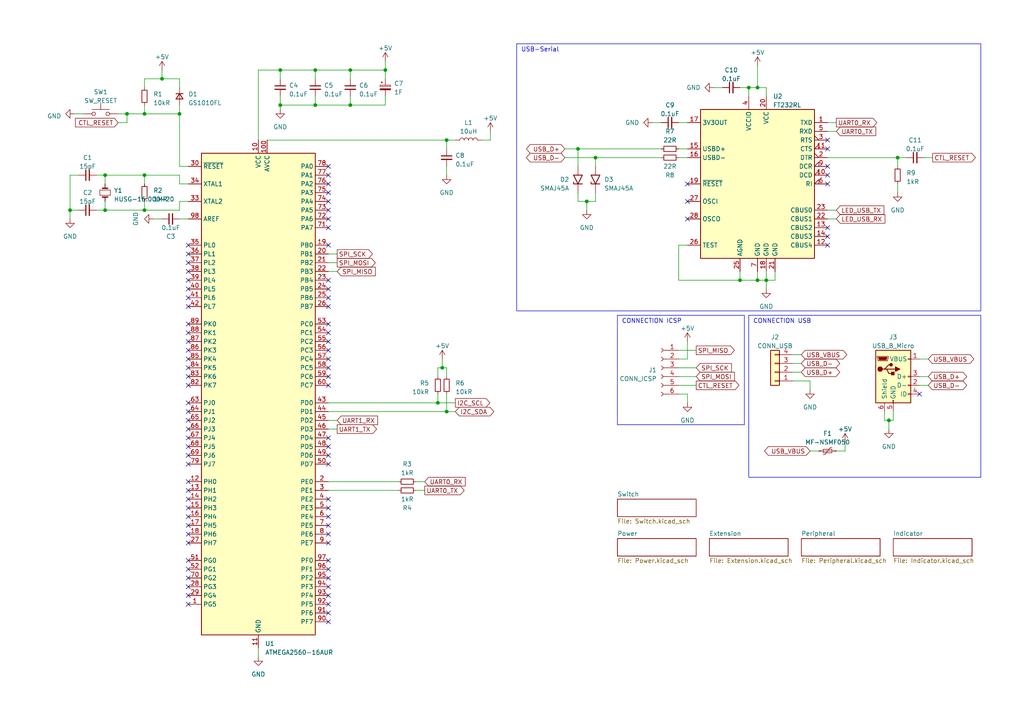
<source format=kicad_sch>
(kicad_sch (version 20230121) (generator eeschema)
  (paper "A4")
  (lib_symbols
    (symbol "Connector:Conn_01x06_Socket" (pin_names (offset 1.016) hide)
      (property "Reference" "J" (at 0 7.62 0))
      (property "Value" "Conn_01x06_Socket" (at 0 -10.16 0))
      (symbol "Conn_01x06_Socket_1_1"
        (pin passive line (at -5.08 5.08 0) (length 3.81) (name "Pin_1") (number "1"))
        (pin passive line (at -5.08 2.54 0) (length 3.81) (name "Pin_2") (number "2"))
        (pin passive line (at -5.08 0 0) (length 3.81) (name "Pin_3") (number "3"))
        (pin passive line (at -5.08 -2.54 0) (length 3.81) (name "Pin_4") (number "4"))
        (pin passive line (at -5.08 -5.08 0) (length 3.81) (name "Pin_5") (number "5"))
        (pin passive line (at -5.08 -7.62 0) (length 3.81) (name "Pin_6") (number "6"))
      )
    )
    (symbol "Connector:USB_B_Micro" (pin_names (offset 1.016))
      (property "Reference" "J" (at -5.08 11.43 0))
      (property "Value" "USB_B_Micro" (at -5.08 8.89 0))
      (symbol "USB_B_Micro_1_1"
        (pin power_out line (at 7.62 5.08 180) (length 2.54) (name "VBUS") (number "1"))
        (pin bidirectional line (at 7.62 -2.54 180) (length 2.54) (name "D-") (number "2"))
        (pin bidirectional line (at 7.62 0 180) (length 2.54) (name "D+") (number "3"))
        (pin passive line (at 7.62 -5.08 180) (length 2.54) (name "ID") (number "4"))
        (pin power_out line (at 0 -10.16 90) (length 2.54) (name "GND") (number "5"))
        (pin passive line (at -2.54 -10.16 90) (length 2.54) (name "Shield") (number "6"))
      )
    )
    (symbol "Connector_Generic:Conn_01x04" (pin_names (offset 1.016) hide)
      (property "Reference" "J" (at 0 5.08 0))
      (property "Value" "Conn_01x04" (at 0 -7.62 0))
      (symbol "Conn_01x04_1_1"
        (pin passive line (at -5.08 2.54 0) (length 3.81) (name "Pin_1") (number "1"))
        (pin passive line (at -5.08 0 0) (length 3.81) (name "Pin_2") (number "2"))
        (pin passive line (at -5.08 -2.54 0) (length 3.81) (name "Pin_3") (number "3"))
        (pin passive line (at -5.08 -5.08 0) (length 3.81) (name "Pin_4") (number "4"))
      )
    )
    (symbol "Device:C_Polarized_Small" (pin_numbers hide) (pin_names (offset 0.254) hide)
      (property "Reference" "C" (at 0.254 1.778 0))
      (property "Value" "C_Polarized_Small" (at 0.254 -2.032 0))
      (symbol "C_Polarized_Small_1_1"
        (pin passive line (at 0 2.54 270) (length 1.8542) (name "~") (number "1"))
        (pin passive line (at 0 -2.54 90) (length 1.8542) (name "~") (number "2"))
      )
    )
    (symbol "Device:C_Small" (pin_numbers hide) (pin_names (offset 0.254) hide)
      (property "Reference" "C" (at 0.254 1.778 0))
      (property "Value" "C_Small" (at 0.254 -2.032 0))
      (symbol "C_Small_1_1"
        (pin passive line (at 0 2.54 270) (length 2.032) (name "~") (number "1"))
        (pin passive line (at 0 -2.54 90) (length 2.032) (name "~") (number "2"))
      )
    )
    (symbol "Device:Crystal_Small" (pin_numbers hide) (pin_names (offset 1.016) hide)
      (property "Reference" "Y" (at 0 2.54 0))
      (property "Value" "Crystal_Small" (at 0 -2.54 0))
      (symbol "Crystal_Small_1_1"
        (pin passive line (at -2.54 0 0) (length 1.27) (name "1") (number "1"))
        (pin passive line (at 2.54 0 180) (length 1.27) (name "2") (number "2"))
      )
    )
    (symbol "Device:D_Small" (pin_numbers hide) (pin_names (offset 0.254) hide)
      (property "Reference" "D" (at -1.27 2.032 0))
      (property "Value" "D_Small" (at -3.81 -2.032 0))
      (symbol "D_Small_1_1"
        (pin passive line (at -2.54 0 0) (length 1.778) (name "K") (number "1"))
        (pin passive line (at 2.54 0 180) (length 1.778) (name "A") (number "2"))
      )
    )
    (symbol "Device:L" (pin_numbers hide) (pin_names (offset 1.016) hide)
      (property "Reference" "L" (at -1.27 0 90))
      (property "Value" "L" (at 1.905 0 90))
      (symbol "L_1_1"
        (pin passive line (at 0 3.81 270) (length 1.27) (name "1") (number "1"))
        (pin passive line (at 0 -3.81 90) (length 1.27) (name "2") (number "2"))
      )
    )
    (symbol "Device:Polyfuse_Small" (pin_numbers hide) (pin_names (offset 0))
      (property "Reference" "F" (at -1.905 0 90))
      (property "Value" "Polyfuse_Small" (at 1.905 0 90))
      (symbol "Polyfuse_Small_1_1"
        (pin passive line (at 0 2.54 270) (length 0.635) (name "~") (number "1"))
        (pin passive line (at 0 -2.54 90) (length 0.635) (name "~") (number "2"))
      )
    )
    (symbol "Device:R_Small" (pin_numbers hide) (pin_names (offset 0.254) hide)
      (property "Reference" "R" (at 0.762 0.508 0))
      (property "Value" "R_Small" (at 0.762 -1.016 0))
      (symbol "R_Small_1_1"
        (pin passive line (at 0 2.54 270) (length 0.762) (name "~") (number "1"))
        (pin passive line (at 0 -2.54 90) (length 0.762) (name "~") (number "2"))
      )
    )
    (symbol "Diode:SM6T200A" (pin_numbers hide) (pin_names (offset 1.016) hide)
      (property "Reference" "D" (at 0 2.54 0))
      (property "Value" "SM6T200A" (at 0 -2.54 0))
      (symbol "SM6T200A_1_1"
        (pin passive line (at -3.81 0 0) (length 2.54) (name "A1") (number "1"))
        (pin passive line (at 3.81 0 180) (length 2.54) (name "A2") (number "2"))
      )
    )
    (symbol "Interface_USB:FT232RL"
      (property "Reference" "U" (at -16.51 22.86 0))
      (property "Value" "FT232RL" (at 10.16 22.86 0))
      (symbol "FT232RL_1_1"
        (pin output line (at 20.32 17.78 180) (length 3.81) (name "TXD") (number "1"))
        (pin input input_low (at 20.32 2.54 180) (length 3.81) (name "DCD") (number "10"))
        (pin input input_low (at 20.32 10.16 180) (length 3.81) (name "CTS") (number "11"))
        (pin bidirectional line (at 20.32 -17.78 180) (length 3.81) (name "CBUS4") (number "12"))
        (pin bidirectional line (at 20.32 -12.7 180) (length 3.81) (name "CBUS2") (number "13"))
        (pin bidirectional line (at 20.32 -15.24 180) (length 3.81) (name "CBUS3") (number "14"))
        (pin bidirectional line (at -20.32 10.16 0) (length 3.81) (name "USBD+") (number "15"))
        (pin bidirectional line (at -20.32 7.62 0) (length 3.81) (name "USBD-") (number "16"))
        (pin power_out line (at -20.32 17.78 0) (length 3.81) (name "3V3OUT") (number "17"))
        (pin power_in line (at 2.54 -25.4 90) (length 3.81) (name "GND") (number "18"))
        (pin input line (at -20.32 0 0) (length 3.81) (name "~{RESET}") (number "19"))
        (pin output output_low (at 20.32 7.62 180) (length 3.81) (name "DTR") (number "2"))
        (pin power_in line (at 2.54 25.4 270) (length 3.81) (name "VCC") (number "20"))
        (pin power_in line (at 5.08 -25.4 90) (length 3.81) (name "GND") (number "21"))
        (pin bidirectional line (at 20.32 -10.16 180) (length 3.81) (name "CBUS1") (number "22"))
        (pin bidirectional line (at 20.32 -7.62 180) (length 3.81) (name "CBUS0") (number "23"))
        (pin power_in line (at -5.08 -25.4 90) (length 3.81) (name "AGND") (number "25"))
        (pin input line (at -20.32 -17.78 0) (length 3.81) (name "TEST") (number "26"))
        (pin input line (at -20.32 -5.08 0) (length 3.81) (name "OSCI") (number "27"))
        (pin output line (at -20.32 -10.16 0) (length 3.81) (name "OSCO") (number "28"))
        (pin output output_low (at 20.32 12.7 180) (length 3.81) (name "RTS") (number "3"))
        (pin power_in line (at -2.54 25.4 270) (length 3.81) (name "VCCIO") (number "4"))
        (pin input line (at 20.32 15.24 180) (length 3.81) (name "RXD") (number "5"))
        (pin input input_low (at 20.32 0 180) (length 3.81) (name "RI") (number "6"))
        (pin power_in line (at 0 -25.4 90) (length 3.81) (name "GND") (number "7"))
        (pin input input_low (at 20.32 5.08 180) (length 3.81) (name "DCR") (number "9"))
      )
    )
    (symbol "MCU_Microchip_ATmega:ATmega2560-16A"
      (property "Reference" "U" (at 0 1.27 0))
      (property "Value" "ATmega2560-16A" (at 0 -1.27 0))
      (symbol "ATmega2560-16A_1_1"
        (pin bidirectional line (at -20.32 -60.96 0) (length 3.81) (name "PG5") (number "1"))
        (pin power_in line (at 0 73.66 270) (length 3.81) (name "VCC") (number "10"))
        (pin power_in line (at 2.54 73.66 270) (length 3.81) (name "AVCC") (number "100"))
        (pin power_in line (at 0 -73.66 90) (length 3.81) (name "GND") (number "11"))
        (pin bidirectional line (at -20.32 -25.4 0) (length 3.81) (name "PH0") (number "12"))
        (pin bidirectional line (at -20.32 -27.94 0) (length 3.81) (name "PH1") (number "13"))
        (pin bidirectional line (at -20.32 -30.48 0) (length 3.81) (name "PH2") (number "14"))
        (pin bidirectional line (at -20.32 -33.02 0) (length 3.81) (name "PH3") (number "15"))
        (pin bidirectional line (at -20.32 -35.56 0) (length 3.81) (name "PH4") (number "16"))
        (pin bidirectional line (at -20.32 -38.1 0) (length 3.81) (name "PH5") (number "17"))
        (pin bidirectional line (at -20.32 -40.64 0) (length 3.81) (name "PH6") (number "18"))
        (pin bidirectional line (at 20.32 43.18 180) (length 3.81) (name "PB0") (number "19"))
        (pin bidirectional line (at 20.32 -25.4 180) (length 3.81) (name "PE0") (number "2"))
        (pin bidirectional line (at 20.32 40.64 180) (length 3.81) (name "PB1") (number "20"))
        (pin bidirectional line (at 20.32 38.1 180) (length 3.81) (name "PB2") (number "21"))
        (pin bidirectional line (at 20.32 35.56 180) (length 3.81) (name "PB3") (number "22"))
        (pin bidirectional line (at 20.32 33.02 180) (length 3.81) (name "PB4") (number "23"))
        (pin bidirectional line (at 20.32 30.48 180) (length 3.81) (name "PB5") (number "24"))
        (pin bidirectional line (at 20.32 27.94 180) (length 3.81) (name "PB6") (number "25"))
        (pin bidirectional line (at 20.32 25.4 180) (length 3.81) (name "PB7") (number "26"))
        (pin bidirectional line (at -20.32 -43.18 0) (length 3.81) (name "PH7") (number "27"))
        (pin bidirectional line (at -20.32 -55.88 0) (length 3.81) (name "PG3") (number "28"))
        (pin bidirectional line (at -20.32 -58.42 0) (length 3.81) (name "PG4") (number "29"))
        (pin bidirectional line (at 20.32 -27.94 180) (length 3.81) (name "PE1") (number "3"))
        (pin input line (at -20.32 66.04 0) (length 3.81) (name "~{RESET}") (number "30"))
        (pin passive line (at 0 73.66 270) (length 3.81) hide (name "VCC") (number "31"))
        (pin passive line (at 0 -73.66 90) (length 3.81) hide (name "GND") (number "32"))
        (pin output line (at -20.32 55.88 0) (length 3.81) (name "XTAL2") (number "33"))
        (pin input line (at -20.32 60.96 0) (length 3.81) (name "XTAL1") (number "34"))
        (pin bidirectional line (at -20.32 43.18 0) (length 3.81) (name "PL0") (number "35"))
        (pin bidirectional line (at -20.32 40.64 0) (length 3.81) (name "PL1") (number "36"))
        (pin bidirectional line (at -20.32 38.1 0) (length 3.81) (name "PL2") (number "37"))
        (pin bidirectional line (at -20.32 35.56 0) (length 3.81) (name "PL3") (number "38"))
        (pin bidirectional line (at -20.32 33.02 0) (length 3.81) (name "PL4") (number "39"))
        (pin bidirectional line (at 20.32 -30.48 180) (length 3.81) (name "PE2") (number "4"))
        (pin bidirectional line (at -20.32 30.48 0) (length 3.81) (name "PL5") (number "40"))
        (pin bidirectional line (at -20.32 27.94 0) (length 3.81) (name "PL6") (number "41"))
        (pin bidirectional line (at -20.32 25.4 0) (length 3.81) (name "PL7") (number "42"))
        (pin bidirectional line (at 20.32 -2.54 180) (length 3.81) (name "PD0") (number "43"))
        (pin bidirectional line (at 20.32 -5.08 180) (length 3.81) (name "PD1") (number "44"))
        (pin bidirectional line (at 20.32 -7.62 180) (length 3.81) (name "PD2") (number "45"))
        (pin bidirectional line (at 20.32 -10.16 180) (length 3.81) (name "PD3") (number "46"))
        (pin bidirectional line (at 20.32 -12.7 180) (length 3.81) (name "PD4") (number "47"))
        (pin bidirectional line (at 20.32 -15.24 180) (length 3.81) (name "PD5") (number "48"))
        (pin bidirectional line (at 20.32 -17.78 180) (length 3.81) (name "PD6") (number "49"))
        (pin bidirectional line (at 20.32 -33.02 180) (length 3.81) (name "PE3") (number "5"))
        (pin bidirectional line (at 20.32 -20.32 180) (length 3.81) (name "PD7") (number "50"))
        (pin bidirectional line (at -20.32 -48.26 0) (length 3.81) (name "PG0") (number "51"))
        (pin bidirectional line (at -20.32 -50.8 0) (length 3.81) (name "PG1") (number "52"))
        (pin bidirectional line (at 20.32 20.32 180) (length 3.81) (name "PC0") (number "53"))
        (pin bidirectional line (at 20.32 17.78 180) (length 3.81) (name "PC1") (number "54"))
        (pin bidirectional line (at 20.32 15.24 180) (length 3.81) (name "PC2") (number "55"))
        (pin bidirectional line (at 20.32 12.7 180) (length 3.81) (name "PC3") (number "56"))
        (pin bidirectional line (at 20.32 10.16 180) (length 3.81) (name "PC4") (number "57"))
        (pin bidirectional line (at 20.32 7.62 180) (length 3.81) (name "PC5") (number "58"))
        (pin bidirectional line (at 20.32 5.08 180) (length 3.81) (name "PC6") (number "59"))
        (pin bidirectional line (at 20.32 -35.56 180) (length 3.81) (name "PE4") (number "6"))
        (pin bidirectional line (at 20.32 2.54 180) (length 3.81) (name "PC7") (number "60"))
        (pin passive line (at 0 73.66 270) (length 3.81) hide (name "VCC") (number "61"))
        (pin passive line (at 0 -73.66 90) (length 3.81) hide (name "GND") (number "62"))
        (pin bidirectional line (at -20.32 -2.54 0) (length 3.81) (name "PJ0") (number "63"))
        (pin bidirectional line (at -20.32 -5.08 0) (length 3.81) (name "PJ1") (number "64"))
        (pin bidirectional line (at -20.32 -7.62 0) (length 3.81) (name "PJ2") (number "65"))
        (pin bidirectional line (at -20.32 -10.16 0) (length 3.81) (name "PJ3") (number "66"))
        (pin bidirectional line (at -20.32 -12.7 0) (length 3.81) (name "PJ4") (number "67"))
        (pin bidirectional line (at -20.32 -15.24 0) (length 3.81) (name "PJ5") (number "68"))
        (pin bidirectional line (at -20.32 -17.78 0) (length 3.81) (name "PJ6") (number "69"))
        (pin bidirectional line (at 20.32 -38.1 180) (length 3.81) (name "PE5") (number "7"))
        (pin bidirectional line (at -20.32 -53.34 0) (length 3.81) (name "PG2") (number "70"))
        (pin bidirectional line (at 20.32 48.26 180) (length 3.81) (name "PA7") (number "71"))
        (pin bidirectional line (at 20.32 50.8 180) (length 3.81) (name "PA6") (number "72"))
        (pin bidirectional line (at 20.32 53.34 180) (length 3.81) (name "PA5") (number "73"))
        (pin bidirectional line (at 20.32 55.88 180) (length 3.81) (name "PA4") (number "74"))
        (pin bidirectional line (at 20.32 58.42 180) (length 3.81) (name "PA3") (number "75"))
        (pin bidirectional line (at 20.32 60.96 180) (length 3.81) (name "PA2") (number "76"))
        (pin bidirectional line (at 20.32 63.5 180) (length 3.81) (name "PA1") (number "77"))
        (pin bidirectional line (at 20.32 66.04 180) (length 3.81) (name "PA0") (number "78"))
        (pin bidirectional line (at -20.32 -20.32 0) (length 3.81) (name "PJ7") (number "79"))
        (pin bidirectional line (at 20.32 -40.64 180) (length 3.81) (name "PE6") (number "8"))
        (pin passive line (at 0 73.66 270) (length 3.81) hide (name "VCC") (number "80"))
        (pin passive line (at 0 -73.66 90) (length 3.81) hide (name "GND") (number "81"))
        (pin bidirectional line (at -20.32 2.54 0) (length 3.81) (name "PK7") (number "82"))
        (pin bidirectional line (at -20.32 5.08 0) (length 3.81) (name "PK6") (number "83"))
        (pin bidirectional line (at -20.32 7.62 0) (length 3.81) (name "PK5") (number "84"))
        (pin bidirectional line (at -20.32 10.16 0) (length 3.81) (name "PK4") (number "85"))
        (pin bidirectional line (at -20.32 12.7 0) (length 3.81) (name "PK3") (number "86"))
        (pin bidirectional line (at -20.32 15.24 0) (length 3.81) (name "PK2") (number "87"))
        (pin bidirectional line (at -20.32 17.78 0) (length 3.81) (name "PK1") (number "88"))
        (pin bidirectional line (at -20.32 20.32 0) (length 3.81) (name "PK0") (number "89"))
        (pin bidirectional line (at 20.32 -43.18 180) (length 3.81) (name "PE7") (number "9"))
        (pin bidirectional line (at 20.32 -66.04 180) (length 3.81) (name "PF7") (number "90"))
        (pin bidirectional line (at 20.32 -63.5 180) (length 3.81) (name "PF6") (number "91"))
        (pin bidirectional line (at 20.32 -60.96 180) (length 3.81) (name "PF5") (number "92"))
        (pin bidirectional line (at 20.32 -58.42 180) (length 3.81) (name "PF4") (number "93"))
        (pin bidirectional line (at 20.32 -55.88 180) (length 3.81) (name "PF3") (number "94"))
        (pin bidirectional line (at 20.32 -53.34 180) (length 3.81) (name "PF2") (number "95"))
        (pin bidirectional line (at 20.32 -50.8 180) (length 3.81) (name "PF1") (number "96"))
        (pin bidirectional line (at 20.32 -48.26 180) (length 3.81) (name "PF0") (number "97"))
        (pin passive line (at -20.32 50.8 0) (length 3.81) (name "AREF") (number "98"))
        (pin passive line (at 0 -73.66 90) (length 3.81) hide (name "GND") (number "99"))
      )
    )
    (symbol "Switch:SW_Push" (pin_numbers hide) (pin_names (offset 1.016) hide)
      (property "Reference" "SW" (at 1.27 2.54 0))
      (property "Value" "SW_Push" (at 0 -1.524 0))
      (symbol "SW_Push_0_1"
        (pin passive line (at -5.08 0 0) (length 2.54) (name "1") (number "1"))
        (pin passive line (at 5.08 0 180) (length 2.54) (name "2") (number "2"))
      )
    )
    (symbol "power:+5V" (power) (pin_names (offset 0))
      (property "Value" "+5V" (at 0 3.556 0))
      (symbol "+5V_1_1"
        (pin power_in line (at 0 0 90) (length 0) hide (name "+5V") (number "1"))
      )
    )
    (symbol "power:GND" (power) (pin_names (offset 0))
      (property "Value" "GND" (at 0 -3.81 0))
      (symbol "GND_1_1"
        (pin power_in line (at 0 0 270) (length 0) hide (name "GND") (number "1"))
      )
    )
  )
  (junction (at 111.76 20.32))
  (junction (at 46.99 22.86))
  (junction (at 167.64 43.18))
  (junction (at 101.6 30.48))
  (junction (at 41.91 50.8))
  (junction (at 81.28 20.32))
  (junction (at 30.48 50.8))
  (junction (at 20.32 60.96))
  (junction (at 219.71 25.4))
  (junction (at 257.81 121.92))
  (junction (at 222.25 81.28))
  (junction (at 219.71 81.28))
  (junction (at 172.72 45.72))
  (junction (at 91.44 30.48))
  (junction (at 91.44 20.32))
  (junction (at 127 116.84))
  (junction (at 217.17 25.4))
  (junction (at 214.63 81.28))
  (junction (at 129.54 40.64))
  (junction (at 260.35 45.72))
  (junction (at 101.6 20.32))
  (junction (at 36.83 33.02))
  (junction (at 129.54 119.38))
  (junction (at 30.48 60.96))
  (junction (at 128.27 106.68))
  (junction (at 52.07 33.02))
  (junction (at 41.91 60.96))
  (junction (at 170.18 58.42))
  (junction (at 81.28 30.48))
  (junction (at 41.91 33.02))
  (no_connect (at 54.61 175.26))
  (no_connect (at 95.25 157.48))
  (no_connect (at 95.25 152.4))
  (no_connect (at 240.03 66.04))
  (no_connect (at 54.61 101.6))
  (no_connect (at 54.61 154.94))
  (no_connect (at 54.61 149.86))
  (no_connect (at 54.61 147.32))
  (no_connect (at 95.25 106.68))
  (no_connect (at 54.61 111.76))
  (no_connect (at 199.39 58.42))
  (no_connect (at 266.7 114.3))
  (no_connect (at 54.61 167.64))
  (no_connect (at 95.25 50.8))
  (no_connect (at 95.25 149.86))
  (no_connect (at 95.25 83.82))
  (no_connect (at 95.25 60.96))
  (no_connect (at 54.61 172.72))
  (no_connect (at 95.25 48.26))
  (no_connect (at 95.25 58.42))
  (no_connect (at 54.61 144.78))
  (no_connect (at 95.25 132.08))
  (no_connect (at 240.03 48.26))
  (no_connect (at 95.25 172.72))
  (no_connect (at 95.25 93.98))
  (no_connect (at 54.61 76.2))
  (no_connect (at 240.03 50.8))
  (no_connect (at 54.61 134.62))
  (no_connect (at 54.61 73.66))
  (no_connect (at 54.61 106.68))
  (no_connect (at 95.25 96.52))
  (no_connect (at 54.61 119.38))
  (no_connect (at 54.61 162.56))
  (no_connect (at 95.25 154.94))
  (no_connect (at 95.25 55.88))
  (no_connect (at 54.61 132.08))
  (no_connect (at 95.25 144.78))
  (no_connect (at 95.25 165.1))
  (no_connect (at 54.61 99.06))
  (no_connect (at 95.25 180.34))
  (no_connect (at 95.25 147.32))
  (no_connect (at 54.61 129.54))
  (no_connect (at 240.03 40.64))
  (no_connect (at 54.61 165.1))
  (no_connect (at 95.25 109.22))
  (no_connect (at 54.61 124.46))
  (no_connect (at 95.25 53.34))
  (no_connect (at 95.25 177.8))
  (no_connect (at 54.61 93.98))
  (no_connect (at 95.25 162.56))
  (no_connect (at 54.61 121.92))
  (no_connect (at 95.25 86.36))
  (no_connect (at 95.25 88.9))
  (no_connect (at 95.25 71.12))
  (no_connect (at 54.61 104.14))
  (no_connect (at 95.25 104.14))
  (no_connect (at 54.61 81.28))
  (no_connect (at 54.61 139.7))
  (no_connect (at 240.03 43.18))
  (no_connect (at 95.25 63.5))
  (no_connect (at 95.25 175.26))
  (no_connect (at 240.03 68.58))
  (no_connect (at 95.25 99.06))
  (no_connect (at 54.61 116.84))
  (no_connect (at 54.61 96.52))
  (no_connect (at 199.39 63.5))
  (no_connect (at 95.25 129.54))
  (no_connect (at 95.25 111.76))
  (no_connect (at 54.61 127))
  (no_connect (at 240.03 71.12))
  (no_connect (at 54.61 71.12))
  (no_connect (at 95.25 81.28))
  (no_connect (at 54.61 142.24))
  (no_connect (at 54.61 109.22))
  (no_connect (at 95.25 127))
  (no_connect (at 54.61 83.82))
  (no_connect (at 54.61 78.74))
  (no_connect (at 95.25 134.62))
  (no_connect (at 54.61 157.48))
  (no_connect (at 54.61 88.9))
  (no_connect (at 54.61 86.36))
  (no_connect (at 54.61 152.4))
  (no_connect (at 95.25 170.18))
  (no_connect (at 199.39 53.34))
  (no_connect (at 54.61 170.18))
  (no_connect (at 240.03 53.34))
  (no_connect (at 95.25 66.04))
  (no_connect (at 95.25 167.64))
  (no_connect (at 95.25 101.6))
  (wire (pts (xy 95.25 124.46) (xy 97.79 124.46)))
  (wire (pts (xy 44.45 63.5) (xy 46.99 63.5)))
  (wire (pts (xy 81.28 30.48) (xy 81.28 31.75)))
  (wire (pts (xy 229.87 110.49) (xy 234.95 110.49)))
  (wire (pts (xy 111.76 27.94) (xy 111.76 30.48)))
  (wire (pts (xy 240.03 38.1) (xy 242.57 38.1)))
  (wire (pts (xy 234.95 130.81) (xy 237.49 130.81)))
  (wire (pts (xy 132.08 119.38) (xy 129.54 119.38)))
  (wire (pts (xy 127 106.68) (xy 128.27 106.68)))
  (wire (pts (xy 111.76 17.78) (xy 111.76 20.32)))
  (wire (pts (xy 129.54 114.3) (xy 129.54 119.38)))
  (wire (pts (xy 127 109.22) (xy 127 106.68)))
  (wire (pts (xy 128.27 104.14) (xy 128.27 106.68)))
  (wire (pts (xy 217.17 25.4) (xy 217.17 27.94)))
  (wire (pts (xy 229.87 105.41) (xy 232.41 105.41)))
  (wire (pts (xy 222.25 27.94) (xy 222.25 25.4)))
  (wire (pts (xy 111.76 22.86) (xy 111.76 20.32)))
  (wire (pts (xy 52.07 60.96) (xy 41.91 60.96)))
  (wire (pts (xy 163.83 43.18) (xy 167.64 43.18)))
  (wire (pts (xy 266.7 104.14) (xy 269.24 104.14)))
  (wire (pts (xy 52.07 58.42) (xy 52.07 60.96)))
  (wire (pts (xy 101.6 20.32) (xy 101.6 22.86)))
  (wire (pts (xy 95.25 139.7) (xy 115.57 139.7)))
  (wire (pts (xy 52.07 63.5) (xy 54.61 63.5)))
  (wire (pts (xy 269.24 111.76) (xy 266.7 111.76)))
  (wire (pts (xy 257.81 121.92) (xy 257.81 124.46)))
  (wire (pts (xy 172.72 45.72) (xy 191.77 45.72)))
  (wire (pts (xy 260.35 53.34) (xy 260.35 55.88)))
  (wire (pts (xy 41.91 22.86) (xy 41.91 25.4)))
  (wire (pts (xy 196.85 71.12) (xy 199.39 71.12)))
  (wire (pts (xy 46.99 20.32) (xy 46.99 22.86)))
  (wire (pts (xy 81.28 20.32) (xy 81.28 22.86)))
  (wire (pts (xy 128.27 106.68) (xy 129.54 106.68)))
  (wire (pts (xy 20.32 60.96) (xy 22.86 60.96)))
  (wire (pts (xy 142.24 40.64) (xy 139.7 40.64)))
  (wire (pts (xy 259.08 121.92) (xy 257.81 121.92)))
  (wire (pts (xy 22.86 50.8) (xy 20.32 50.8)))
  (wire (pts (xy 52.07 22.86) (xy 46.99 22.86)))
  (wire (pts (xy 142.24 38.1) (xy 142.24 40.64)))
  (wire (pts (xy 259.08 119.38) (xy 259.08 121.92)))
  (wire (pts (xy 36.83 35.56) (xy 36.83 33.02)))
  (wire (pts (xy 120.65 139.7) (xy 123.19 139.7)))
  (wire (pts (xy 196.85 81.28) (xy 214.63 81.28)))
  (wire (pts (xy 95.25 119.38) (xy 129.54 119.38)))
  (wire (pts (xy 34.29 33.02) (xy 36.83 33.02)))
  (wire (pts (xy 163.83 45.72) (xy 172.72 45.72)))
  (wire (pts (xy 91.44 30.48) (xy 81.28 30.48)))
  (wire (pts (xy 222.25 78.74) (xy 222.25 81.28)))
  (wire (pts (xy 214.63 81.28) (xy 219.71 81.28)))
  (wire (pts (xy 74.93 20.32) (xy 74.93 40.64)))
  (wire (pts (xy 91.44 27.94) (xy 91.44 30.48)))
  (wire (pts (xy 219.71 25.4) (xy 217.17 25.4)))
  (wire (pts (xy 46.99 22.86) (xy 41.91 22.86)))
  (wire (pts (xy 41.91 53.34) (xy 41.91 50.8)))
  (wire (pts (xy 196.85 35.56) (xy 199.39 35.56)))
  (wire (pts (xy 41.91 30.48) (xy 41.91 33.02)))
  (wire (pts (xy 20.32 50.8) (xy 20.32 60.96)))
  (wire (pts (xy 207.01 25.4) (xy 209.55 25.4)))
  (wire (pts (xy 222.25 25.4) (xy 219.71 25.4)))
  (wire (pts (xy 214.63 25.4) (xy 217.17 25.4)))
  (wire (pts (xy 74.93 20.32) (xy 81.28 20.32)))
  (wire (pts (xy 214.63 78.74) (xy 214.63 81.28)))
  (wire (pts (xy 52.07 25.4) (xy 52.07 22.86)))
  (wire (pts (xy 167.64 58.42) (xy 170.18 58.42)))
  (wire (pts (xy 41.91 60.96) (xy 30.48 60.96)))
  (wire (pts (xy 267.97 45.72) (xy 270.51 45.72)))
  (wire (pts (xy 196.85 45.72) (xy 199.39 45.72)))
  (wire (pts (xy 91.44 20.32) (xy 101.6 20.32)))
  (wire (pts (xy 52.07 50.8) (xy 41.91 50.8)))
  (wire (pts (xy 199.39 104.14) (xy 196.85 104.14)))
  (wire (pts (xy 41.91 50.8) (xy 30.48 50.8)))
  (wire (pts (xy 196.85 101.6) (xy 201.93 101.6)))
  (wire (pts (xy 129.54 48.26) (xy 129.54 50.8)))
  (wire (pts (xy 30.48 58.42) (xy 30.48 60.96)))
  (wire (pts (xy 111.76 30.48) (xy 101.6 30.48)))
  (wire (pts (xy 167.64 55.88) (xy 167.64 58.42)))
  (wire (pts (xy 245.11 128.27) (xy 245.11 130.81)))
  (wire (pts (xy 95.25 76.2) (xy 97.79 76.2)))
  (wire (pts (xy 129.54 43.18) (xy 129.54 40.64)))
  (wire (pts (xy 120.65 142.24) (xy 123.19 142.24)))
  (wire (pts (xy 91.44 20.32) (xy 91.44 22.86)))
  (wire (pts (xy 27.94 50.8) (xy 30.48 50.8)))
  (wire (pts (xy 95.25 116.84) (xy 127 116.84)))
  (wire (pts (xy 199.39 114.3) (xy 196.85 114.3)))
  (wire (pts (xy 77.47 40.64) (xy 129.54 40.64)))
  (wire (pts (xy 196.85 109.22) (xy 201.93 109.22)))
  (wire (pts (xy 52.07 48.26) (xy 54.61 48.26)))
  (wire (pts (xy 170.18 58.42) (xy 172.72 58.42)))
  (wire (pts (xy 95.25 142.24) (xy 115.57 142.24)))
  (wire (pts (xy 240.03 45.72) (xy 260.35 45.72)))
  (wire (pts (xy 234.95 113.03) (xy 234.95 110.49)))
  (wire (pts (xy 260.35 45.72) (xy 260.35 48.26)))
  (wire (pts (xy 199.39 116.84) (xy 199.39 114.3)))
  (wire (pts (xy 95.25 121.92) (xy 97.79 121.92)))
  (wire (pts (xy 222.25 81.28) (xy 222.25 83.82)))
  (wire (pts (xy 101.6 30.48) (xy 91.44 30.48)))
  (wire (pts (xy 167.64 43.18) (xy 191.77 43.18)))
  (wire (pts (xy 95.25 73.66) (xy 97.79 73.66)))
  (wire (pts (xy 54.61 58.42) (xy 52.07 58.42)))
  (wire (pts (xy 21.59 33.02) (xy 24.13 33.02)))
  (wire (pts (xy 189.23 35.56) (xy 191.77 35.56)))
  (wire (pts (xy 52.07 48.26) (xy 52.07 33.02)))
  (wire (pts (xy 81.28 27.94) (xy 81.28 30.48)))
  (wire (pts (xy 52.07 33.02) (xy 52.07 30.48)))
  (wire (pts (xy 27.94 60.96) (xy 30.48 60.96)))
  (wire (pts (xy 240.03 35.56) (xy 242.57 35.56)))
  (wire (pts (xy 196.85 43.18) (xy 199.39 43.18)))
  (wire (pts (xy 54.61 53.34) (xy 52.07 53.34)))
  (wire (pts (xy 95.25 78.74) (xy 97.79 78.74)))
  (wire (pts (xy 256.54 121.92) (xy 256.54 119.38)))
  (wire (pts (xy 224.79 78.74) (xy 224.79 81.28)))
  (wire (pts (xy 256.54 121.92) (xy 257.81 121.92)))
  (wire (pts (xy 41.91 58.42) (xy 41.91 60.96)))
  (wire (pts (xy 240.03 63.5) (xy 242.57 63.5)))
  (wire (pts (xy 219.71 19.05) (xy 219.71 25.4)))
  (wire (pts (xy 129.54 40.64) (xy 132.08 40.64)))
  (wire (pts (xy 229.87 107.95) (xy 232.41 107.95)))
  (wire (pts (xy 127 114.3) (xy 127 116.84)))
  (wire (pts (xy 167.64 43.18) (xy 167.64 48.26)))
  (wire (pts (xy 101.6 27.94) (xy 101.6 30.48)))
  (wire (pts (xy 196.85 71.12) (xy 196.85 81.28)))
  (wire (pts (xy 240.03 60.96) (xy 242.57 60.96)))
  (wire (pts (xy 242.57 130.81) (xy 245.11 130.81)))
  (wire (pts (xy 132.08 116.84) (xy 127 116.84)))
  (wire (pts (xy 20.32 60.96) (xy 20.32 63.5)))
  (wire (pts (xy 172.72 58.42) (xy 172.72 55.88)))
  (wire (pts (xy 101.6 20.32) (xy 111.76 20.32)))
  (wire (pts (xy 232.41 102.87) (xy 229.87 102.87)))
  (wire (pts (xy 170.18 60.96) (xy 170.18 58.42)))
  (wire (pts (xy 219.71 78.74) (xy 219.71 81.28)))
  (wire (pts (xy 129.54 106.68) (xy 129.54 109.22)))
  (wire (pts (xy 81.28 20.32) (xy 91.44 20.32)))
  (wire (pts (xy 260.35 45.72) (xy 262.89 45.72)))
  (wire (pts (xy 269.24 109.22) (xy 266.7 109.22)))
  (wire (pts (xy 201.93 106.68) (xy 196.85 106.68)))
  (wire (pts (xy 224.79 81.28) (xy 222.25 81.28)))
  (wire (pts (xy 74.93 190.5) (xy 74.93 187.96)))
  (wire (pts (xy 52.07 53.34) (xy 52.07 50.8)))
  (wire (pts (xy 172.72 45.72) (xy 172.72 48.26)))
  (wire (pts (xy 219.71 81.28) (xy 222.25 81.28)))
  (wire (pts (xy 41.91 33.02) (xy 52.07 33.02)))
  (wire (pts (xy 34.29 35.56) (xy 36.83 35.56)))
  (wire (pts (xy 36.83 33.02) (xy 41.91 33.02)))
  (wire (pts (xy 199.39 99.06) (xy 199.39 104.14)))
  (wire (pts (xy 30.48 50.8) (xy 30.48 53.34)))
  (wire (pts (xy 196.85 111.76) (xy 201.93 111.76)))
  (rectangle (start 149.86 12.7) (end 284.48 90.17))
  (rectangle (start 179.07 91.44) (end 215.9 123.19))
  (rectangle (start 217.17 91.44) (end 284.48 138.43))
  (text "USB-Serial" (at 151.13 15.24 0) (effects (font (size 1.27 1.27)) (justify left bottom)))
  (text "CONNECTION ICSP" (at 180.34 93.98 0) (effects (font (size 1.27 1.27)) (justify left bottom)))
  (text "CONNECTION USB" (at 218.44 93.98 0) (effects (font (size 1.27 1.27)) (justify left bottom)))
  (global_label "USB_VBUS" (shape bidirectional) (at 232.41 102.87 0) (property "Intersheetrefs" "${INTERSHEET_REFS}" (effects hide)))
  (global_label "LED_TASK" (shape output) (at -22.86 95.25 0) (property "Intersheetrefs" "${INTERSHEET_REFS}" (effects hide)))
  (global_label "SPI_MOSI" (shape output) (at 97.79 76.2 0) (property "Intersheetrefs" "${INTERSHEET_REFS}" (effects hide)))
  (global_label "VREF_PRESS" (shape input) (at -33.02 110.49 180) (property "Intersheetrefs" "${INTERSHEET_REFS}" (effects hide)))
  (global_label "USB_D-" (shape bidirectional) (at 232.41 105.41 0) (property "Intersheetrefs" "${INTERSHEET_REFS}" (effects hide)))
  (global_label "VREF_THERMISTOR" (shape input) (at -33.02 102.87 180) (property "Intersheetrefs" "${INTERSHEET_REFS}" (effects hide)))
  (global_label "UART1_RX" (shape input) (at 97.79 121.92 0) (property "Intersheetrefs" "${INTERSHEET_REFS}" (effects hide)))
  (global_label "LED_CLOSE" (shape output) (at -22.86 140.97 0) (property "Intersheetrefs" "${INTERSHEET_REFS}" (effects hide)))
  (global_label "LED_SHIFT" (shape output) (at -22.86 125.73 0) (property "Intersheetrefs" "${INTERSHEET_REFS}" (effects hide)))
  (global_label "SPI_MISO" (shape input) (at 97.79 78.74 0) (property "Intersheetrefs" "${INTERSHEET_REFS}" (effects hide)))
  (global_label "CTL_RESET" (shape input) (at 34.29 35.56 180) (property "Intersheetrefs" "${INTERSHEET_REFS}" (effects hide)))
  (global_label "LED_OPEN" (shape output) (at -22.86 138.43 0) (property "Intersheetrefs" "${INTERSHEET_REFS}" (effects hide)))
  (global_label "USB_VBUS" (shape bidirectional) (at 269.24 104.14 0) (property "Intersheetrefs" "${INTERSHEET_REFS}" (effects hide)))
  (global_label "SPI_SCK" (shape output) (at 97.79 73.66 0) (property "Intersheetrefs" "${INTERSHEET_REFS}" (effects hide)))
  (global_label "CTL_RESET" (shape output) (at 270.51 45.72 0) (property "Intersheetrefs" "${INTERSHEET_REFS}" (effects hide)))
  (global_label "LED_DUMP" (shape output) (at -22.86 130.81 0) (property "Intersheetrefs" "${INTERSHEET_REFS}" (effects hide)))
  (global_label "LED_RS485_TX" (shape output) (at -22.86 97.79 0) (property "Intersheetrefs" "${INTERSHEET_REFS}" (effects hide)))
  (global_label "CTL_SAFETY" (shape input) (at -33.02 95.25 180) (property "Intersheetrefs" "${INTERSHEET_REFS}" (effects hide)))
  (global_label "SPI_MOSI" (shape input) (at 201.93 109.22 0) (property "Intersheetrefs" "${INTERSHEET_REFS}" (effects hide)))
  (global_label "CTL_POWER" (shape output) (at -22.86 110.49 0) (property "Intersheetrefs" "${INTERSHEET_REFS}" (effects hide)))
  (global_label "LED_USB_TX" (shape input) (at 242.57 60.96 0) (property "Intersheetrefs" "${INTERSHEET_REFS}" (effects hide)))
  (global_label "LED_CAUTION" (shape output) (at -22.86 102.87 0) (property "Intersheetrefs" "${INTERSHEET_REFS}" (effects hide)))
  (global_label "LED_POWER" (shape output) (at -22.86 118.11 0) (property "Intersheetrefs" "${INTERSHEET_REFS}" (effects hide)))
  (global_label "UART0_RX" (shape output) (at 242.57 35.56 0) (property "Intersheetrefs" "${INTERSHEET_REFS}" (effects hide)))
  (global_label "VREF_12V" (shape input) (at -33.02 105.41 180) (property "Intersheetrefs" "${INTERSHEET_REFS}" (effects hide)))
  (global_label "LED_RS485_RX" (shape output) (at -22.86 100.33 0) (property "Intersheetrefs" "${INTERSHEET_REFS}" (effects hide)))
  (global_label "USB_D-" (shape bidirectional) (at 163.83 45.72 180) (property "Intersheetrefs" "${INTERSHEET_REFS}" (effects hide)))
  (global_label "CTL_RS485_DERE" (shape output) (at -22.86 113.03 0) (property "Intersheetrefs" "${INTERSHEET_REFS}" (effects hide)))
  (global_label "CTL_KILL" (shape input) (at -33.02 92.71 180) (property "Intersheetrefs" "${INTERSHEET_REFS}" (effects hide)))
  (global_label "I2C_SCL" (shape output) (at 132.08 116.84 0) (property "Intersheetrefs" "${INTERSHEET_REFS}" (effects hide)))
  (global_label "USB_D+" (shape bidirectional) (at 269.24 109.22 0) (property "Intersheetrefs" "${INTERSHEET_REFS}" (effects hide)))
  (global_label "LED_LOW_VOLTAGE" (shape output) (at -22.86 105.41 0) (property "Intersheetrefs" "${INTERSHEET_REFS}" (effects hide)))
  (global_label "SPI_MISO" (shape output) (at 201.93 101.6 0) (property "Intersheetrefs" "${INTERSHEET_REFS}" (effects hide)))
  (global_label "LED_IGNITOR" (shape output) (at -22.86 135.89 0) (property "Intersheetrefs" "${INTERSHEET_REFS}" (effects hide)))
  (global_label "USB_VBUS" (shape bidirectional) (at 234.95 130.81 180) (property "Intersheetrefs" "${INTERSHEET_REFS}" (effects hide)))
  (global_label "UART0_TX" (shape output) (at 123.19 142.24 0) (property "Intersheetrefs" "${INTERSHEET_REFS}" (effects hide)))
  (global_label "CTL_RESET" (shape output) (at 201.93 111.76 0) (property "Intersheetrefs" "${INTERSHEET_REFS}" (effects hide)))
  (global_label "UART0_TX" (shape input) (at 242.57 38.1 0) (property "Intersheetrefs" "${INTERSHEET_REFS}" (effects hide)))
  (global_label "I2C_SDA" (shape bidirectional) (at 132.08 119.38 0) (property "Intersheetrefs" "${INTERSHEET_REFS}" (effects hide)))
  (global_label "LED_FILL" (shape output) (at -22.86 128.27 0) (property "Intersheetrefs" "${INTERSHEET_REFS}" (effects hide)))
  (global_label "LED_SAFTEY" (shape output) (at -22.86 120.65 0) (property "Intersheetrefs" "${INTERSHEET_REFS}" (effects hide)))
  (global_label "LED_COM" (shape output) (at -22.86 92.71 0) (property "Intersheetrefs" "${INTERSHEET_REFS}" (effects hide)))
  (global_label "USB_D+" (shape bidirectional) (at 232.41 107.95 0) (property "Intersheetrefs" "${INTERSHEET_REFS}" (effects hide)))
  (global_label "VREF_VSW" (shape input) (at -33.02 107.95 180) (property "Intersheetrefs" "${INTERSHEET_REFS}" (effects hide)))
  (global_label "USB_D-" (shape bidirectional) (at 269.24 111.76 0) (property "Intersheetrefs" "${INTERSHEET_REFS}" (effects hide)))
  (global_label "LED_PURGE" (shape output) (at -22.86 143.51 0) (property "Intersheetrefs" "${INTERSHEET_REFS}" (effects hide)))
  (global_label "CTL_PURGE" (shape input) (at -33.02 97.79 180) (property "Intersheetrefs" "${INTERSHEET_REFS}" (effects hide)))
  (global_label "USB_D+" (shape bidirectional) (at 163.83 43.18 180) (property "Intersheetrefs" "${INTERSHEET_REFS}" (effects hide)))
  (global_label "SPI_SCK" (shape input) (at 201.93 106.68 0) (property "Intersheetrefs" "${INTERSHEET_REFS}" (effects hide)))
  (global_label "LED_O2" (shape output) (at -22.86 133.35 0) (property "Intersheetrefs" "${INTERSHEET_REFS}" (effects hide)))
  (global_label "UART0_RX" (shape input) (at 123.19 139.7 0) (property "Intersheetrefs" "${INTERSHEET_REFS}" (effects hide)))
  (global_label "LED_USB_RX" (shape input) (at 242.57 63.5 0) (property "Intersheetrefs" "${INTERSHEET_REFS}" (effects hide)))
  (global_label "UART1_TX" (shape output) (at 97.79 124.46 0) (property "Intersheetrefs" "${INTERSHEET_REFS}" (effects hide)))
  (symbol (lib_id "Device:L") (at 135.89 40.64 90) (unit 1)
    (property "Reference" "L1" (at 135.89 35.56 90))
    (property "Value" "10uH" (at 135.89 38.1 90))
    (property "Footprint" "Inductor_SMD:L_1210_3225Metric_Pad1.42x2.65mm_HandSolder" (effects hide))
    (property "Datasheet" "https://akizukidenshi.com/catalog/g/gP-14977/" (effects hide))
  )
  (symbol (lib_id "Device:C_Small") (at 25.4 50.8 90) (unit 1)
    (property "Reference" "C1" (at 25.4063 45.72 90))
    (property "Value" "15pF" (at 25.4063 48.26 90))
    (property "Footprint" "Capacitor_SMD:C_0603_1608Metric_Pad1.08x0.95mm_HandSolder" (effects hide))
    (property "Datasheet" "https://akizukidenshi.com/catalog/g/gP-05338/" (effects hide))
  )
  (symbol (lib_id "Device:Polyfuse_Small") (at 240.03 130.81 90) (unit 1)
    (property "Reference" "F1" (at 240.03 125.73 90))
    (property "Value" "MF-NSMF050" (at 240.03 128.27 90))
    (property "Footprint" "Fuse:Fuse_1206_3216Metric_Pad1.42x1.75mm_HandSolder" (effects hide))
    (property "Datasheet" "https://akizukidenshi.com/catalog/g/gP-15300/" (effects hide))
  )
  (symbol (lib_id "Device:C_Small") (at 81.28 25.4 0) (unit 1)
    (property "Reference" "C4" (at 83.82 24.7713 0) (effects (justify left)))
    (property "Value" "0.1uF" (at 83.82 27.3113 0) (effects (justify left)))
    (property "Footprint" "Capacitor_SMD:C_0603_1608Metric_Pad1.08x0.95mm_HandSolder" (effects hide))
    (property "Datasheet" "https://akizukidenshi.com/catalog/g/gP-13161/" (effects hide))
  )
  (symbol (lib_id "power:GND") (at 189.23 35.56 270) (unit 1)
    (property "Reference" "#PWR012" (effects hide))
    (property "Value" "GND" (at 185.42 35.56 90) (effects (justify right)))
  )
  (symbol (lib_id "Device:R_Small") (at 194.31 43.18 90) (unit 1)
    (property "Reference" "R7" (at 194.31 38.1 90))
    (property "Value" "22R" (at 194.31 40.64 90))
    (property "Footprint" "Resistor_SMD:R_0603_1608Metric_Pad0.98x0.95mm_HandSolder" (effects hide))
    (property "Datasheet" "https://www.chip1stop.com/view/dispDetail/DispDetail?partId=ROHM-0041945" (effects hide))
  )
  (symbol (lib_id "power:GND") (at 20.32 63.5 0) (unit 1)
    (property "Reference" "#PWR01" (effects hide))
    (property "Value" "GND" (at 20.32 68.58 0))
  )
  (symbol (lib_id "Device:Crystal_Small") (at 30.48 55.88 90) (unit 1)
    (property "Reference" "Y1" (at 33.02 55.245 90) (effects (justify right)))
    (property "Value" "HUSG-16.000-20" (at 33.02 57.785 90) (effects (justify right)))
    (property "Footprint" "Crystal:Crystal_HC49-U_Vertical" (effects hide))
    (property "Datasheet" "https://akizukidenshi.com/catalog/g/gP-08671/" (effects hide))
  )
  (symbol (lib_id "Device:C_Small") (at 194.31 35.56 90) (unit 1)
    (property "Reference" "C9" (at 194.3163 30.48 90))
    (property "Value" "0.1uF" (at 194.3163 33.02 90))
    (property "Footprint" "Capacitor_SMD:C_0603_1608Metric_Pad1.08x0.95mm_HandSolder" (effects hide))
    (property "Datasheet" "https://akizukidenshi.com/catalog/g/gP-13161/" (effects hide))
  )
  (symbol (lib_id "Connector:Conn_01x06_Socket") (at 191.77 106.68 0) (mirror y) (unit 1)
    (property "Reference" "J1" (at 190.5 107.315 0) (effects (justify left)))
    (property "Value" "CONN_ICSP" (at 190.5 109.855 0) (effects (justify left)))
    (property "Footprint" "Connector_PinSocket_2.54mm:PinSocket_1x06_P2.54mm_Vertical" (effects hide))
    (property "Datasheet" "https://akizukidenshi.com/catalog/g/gC-03784/" (effects hide))
  )
  (symbol (lib_id "power:+5V") (at 111.76 17.78 0) (unit 1)
    (property "Reference" "#PWR07" (effects hide))
    (property "Value" "+5V" (at 111.76 13.97 0))
  )
  (symbol (lib_id "Device:R_Small") (at 127 111.76 0) (mirror y) (unit 1)
    (property "Reference" "R5" (at 124.46 111.125 0) (effects (justify left)))
    (property "Value" "10kR" (at 124.46 113.665 0) (effects (justify left)))
    (property "Footprint" "Resistor_SMD:R_0603_1608Metric_Pad0.98x0.95mm_HandSolder" (effects hide))
    (property "Datasheet" "https://www.chip1stop.com/view/dispDetail/DispDetail?partId=ROHM-0021098" (effects hide))
  )
  (symbol (lib_id "power:GND") (at 257.81 124.46 0) (unit 1)
    (property "Reference" "#PWR020" (effects hide))
    (property "Value" "GND" (at 257.81 129.54 0))
  )
  (symbol (lib_id "power:+5V") (at 245.11 128.27 0) (unit 1)
    (property "Reference" "#PWR019" (effects hide))
    (property "Value" "+5V" (at 245.11 124.46 0))
  )
  (symbol (lib_id "MCU_Microchip_ATmega:ATmega2560-16A") (at 74.93 114.3 0) (unit 1)
    (property "Reference" "U1" (at 76.8859 186.69 0) (effects (justify left)))
    (property "Value" "ATMEGA2560-16AUR" (at 76.8859 189.23 0) (effects (justify left)))
    (property "Footprint" "Package_QFP:TQFP-100_14x14mm_P0.5mm" (effects hide))
    (property "Datasheet" "https://akizukidenshi.com/catalog/g/gI-16567/" (effects hide))
  )
  (symbol (lib_id "power:+5V") (at 219.71 19.05 0) (unit 1)
    (property "Reference" "#PWR016" (effects hide))
    (property "Value" "+5V" (at 219.71 15.24 0))
  )
  (symbol (lib_id "power:GND") (at 44.45 63.5 270) (unit 1)
    (property "Reference" "#PWR03" (effects hide))
    (property "Value" "GND" (at 39.37 63.5 0))
  )
  (symbol (lib_id "Device:R_Small") (at 118.11 139.7 90) (unit 1)
    (property "Reference" "R3" (at 118.11 134.62 90))
    (property "Value" "1kR" (at 118.11 137.16 90))
    (property "Footprint" "Resistor_SMD:R_0603_1608Metric_Pad0.98x0.95mm_HandSolder" (effects hide))
    (property "Datasheet" "https://www.chip1stop.com/view/dispDetail/DispDetail?partId=ROHM-0021097" (effects hide))
  )
  (symbol (lib_id "Connector_Generic:Conn_01x04") (at 224.79 107.95 180) (unit 1)
    (property "Reference" "J2" (at 224.79 97.79 0))
    (property "Value" "CONN_USB" (at 224.79 100.33 0))
    (property "Footprint" "TSRP_TerminalBlock_Alphaplus:TB401-1-4-E" (effects hide))
    (property "Datasheet" "https://akizukidenshi.com/catalog/g/gP-07756/" (effects hide))
  )
  (symbol (lib_id "Device:R_Small") (at 129.54 111.76 0) (unit 1)
    (property "Reference" "R6" (at 132.08 111.125 0) (effects (justify left)))
    (property "Value" "10kR" (at 132.08 113.665 0) (effects (justify left)))
    (property "Footprint" "Resistor_SMD:R_0603_1608Metric_Pad0.98x0.95mm_HandSolder" (effects hide))
    (property "Datasheet" "https://www.chip1stop.com/view/dispDetail/DispDetail?partId=ROHM-0021098" (effects hide))
  )
  (symbol (lib_id "power:GND") (at 170.18 60.96 0) (unit 1)
    (property "Reference" "#PWR011" (effects hide))
    (property "Value" "GND" (at 170.18 66.04 0))
  )
  (symbol (lib_id "Connector:USB_B_Micro") (at 259.08 109.22 0) (unit 1)
    (property "Reference" "J3" (at 259.08 97.79 0))
    (property "Value" "USB_B_Micro" (at 259.08 100.33 0))
    (property "Footprint" "Connector_USB:USB_Micro-B_Wuerth_629105150521" (effects hide))
    (property "Datasheet" "https://www.monotaro.com/g/04266004/" (effects hide))
  )
  (symbol (lib_id "Device:C_Small") (at 91.44 25.4 0) (unit 1)
    (property "Reference" "C5" (at 93.98 24.7713 0) (effects (justify left)))
    (property "Value" "0.1uF" (at 93.98 27.3113 0) (effects (justify left)))
    (property "Footprint" "Capacitor_SMD:C_0603_1608Metric_Pad1.08x0.95mm_HandSolder" (effects hide))
    (property "Datasheet" "https://akizukidenshi.com/catalog/g/gP-13161/" (effects hide))
  )
  (symbol (lib_id "Device:R_Small") (at 260.35 50.8 0) (unit 1)
    (property "Reference" "R9" (at 262.89 50.165 0) (effects (justify left)))
    (property "Value" "1kR" (at 262.89 52.705 0) (effects (justify left)))
    (property "Footprint" "Resistor_SMD:R_0603_1608Metric_Pad0.98x0.95mm_HandSolder" (effects hide))
    (property "Datasheet" "https://www.chip1stop.com/view/dispDetail/DispDetail?partId=ROHM-0021097" (effects hide))
  )
  (symbol (lib_id "power:+5V") (at 142.24 38.1 0) (unit 1)
    (property "Reference" "#PWR010" (effects hide))
    (property "Value" "+5V" (at 142.24 34.29 0))
  )
  (symbol (lib_id "power:+5V") (at 46.99 20.32 0) (unit 1)
    (property "Reference" "#PWR04" (effects hide))
    (property "Value" "+5V" (at 46.99 16.51 0))
  )
  (symbol (lib_id "Device:D_Small") (at 52.07 27.94 270) (unit 1)
    (property "Reference" "D1" (at 54.61 27.305 90) (effects (justify left)))
    (property "Value" "GS1010FL" (at 54.61 29.845 90) (effects (justify left)))
    (property "Footprint" "Diode_SMD:D_SOD-123F" (effects hide))
    (property "Datasheet" "https://akizukidenshi.com/catalog/g/gI-06014/" (effects hide))
  )
  (symbol (lib_id "Device:R_Small") (at 118.11 142.24 270) (mirror x) (unit 1)
    (property "Reference" "R4" (at 118.11 147.32 90))
    (property "Value" "1kR" (at 118.11 144.78 90))
    (property "Footprint" "Resistor_SMD:R_0603_1608Metric_Pad0.98x0.95mm_HandSolder" (effects hide))
    (property "Datasheet" "https://www.chip1stop.com/view/dispDetail/DispDetail?partId=ROHM-0021097" (effects hide))
  )
  (symbol (lib_id "Device:R_Small") (at 41.91 55.88 0) (unit 1)
    (property "Reference" "R2" (at 44.45 55.245 0) (effects (justify left)))
    (property "Value" "1MR" (at 44.45 57.785 0) (effects (justify left)))
    (property "Footprint" "Resistor_SMD:R_0603_1608Metric_Pad0.98x0.95mm_HandSolder" (effects hide))
    (property "Datasheet" "https://www.chip1stop.com/view/dispDetail/DispDetail?partId=ROHM-0000199" (effects hide))
  )
  (symbol (lib_id "power:GND") (at 81.28 31.75 0) (unit 1)
    (property "Reference" "#PWR06" (effects hide))
    (property "Value" "GND" (at 81.28 36.83 0))
  )
  (symbol (lib_id "Switch:SW_Push") (at 29.21 33.02 0) (unit 1)
    (property "Reference" "SW1" (at 29.21 26.67 0))
    (property "Value" "SW_RESET" (at 29.21 29.21 0))
    (property "Footprint" "Button_Switch_THT:SW_PUSH_6mm_H7.3mm" (effects hide))
    (property "Datasheet" "https://akizukidenshi.com/catalog/g/gP-08074/" (effects hide))
  )
  (symbol (lib_id "Device:C_Small") (at 129.54 45.72 0) (unit 1)
    (property "Reference" "C8" (at 132.08 45.0913 0) (effects (justify left)))
    (property "Value" "0.1uF" (at 132.08 47.6313 0) (effects (justify left)))
    (property "Footprint" "Capacitor_SMD:C_0603_1608Metric_Pad1.08x0.95mm_HandSolder" (effects hide))
    (property "Datasheet" "https://akizukidenshi.com/catalog/g/gP-13161/" (effects hide))
  )
  (symbol (lib_id "Device:C_Small") (at 212.09 25.4 90) (unit 1)
    (property "Reference" "C10" (at 212.0963 20.32 90))
    (property "Value" "0.1uF" (at 212.0963 22.86 90))
    (property "Footprint" "Capacitor_SMD:C_0603_1608Metric_Pad1.08x0.95mm_HandSolder" (effects hide))
    (property "Datasheet" "https://akizukidenshi.com/catalog/g/gP-13161/" (effects hide))
  )
  (symbol (lib_id "power:GND") (at 260.35 55.88 0) (unit 1)
    (property "Reference" "#PWR021" (effects hide))
    (property "Value" "GND" (at 260.35 60.96 0))
  )
  (symbol (lib_id "Device:C_Small") (at 49.53 63.5 90) (mirror x) (unit 1)
    (property "Reference" "C3" (at 49.5363 68.58 90))
    (property "Value" "0.1uF" (at 49.5363 66.04 90))
    (property "Footprint" "Capacitor_SMD:C_0603_1608Metric_Pad1.08x0.95mm_HandSolder" (effects hide))
    (property "Datasheet" "https://akizukidenshi.com/catalog/g/gP-13161/" (effects hide))
  )
  (symbol (lib_id "Device:C_Polarized_Small") (at 111.76 25.4 0) (unit 1)
    (property "Reference" "C7" (at 114.3 24.2189 0) (effects (justify left)))
    (property "Value" "1F" (at 114.3 26.7589 0) (effects (justify left)))
    (property "Footprint" "Capacitor_THT:DX_5R5VxxxxU_D19.0mm_P5.00mm" (effects hide))
    (property "Datasheet" "https://akizukidenshi.com/catalog/g/gP-04249/" (effects hide))
  )
  (symbol (lib_id "Device:R_Small") (at 194.31 45.72 270) (mirror x) (unit 1)
    (property "Reference" "R8" (at 194.31 50.8 90))
    (property "Value" "22R" (at 194.31 48.26 90))
    (property "Footprint" "Resistor_SMD:R_0603_1608Metric_Pad0.98x0.95mm_HandSolder" (effects hide))
    (property "Datasheet" "https://www.chip1stop.com/view/dispDetail/DispDetail?partId=ROHM-0041945" (effects hide))
  )
  (symbol (lib_id "power:GND") (at 21.59 33.02 270) (unit 1)
    (property "Reference" "#PWR02" (effects hide))
    (property "Value" "GND" (at 17.78 33.655 90) (effects (justify right)))
  )
  (symbol (lib_id "power:GND") (at 199.39 116.84 0) (unit 1)
    (property "Reference" "#PWR014" (effects hide))
    (property "Value" "GND" (at 199.39 121.92 0))
  )
  (symbol (lib_id "power:GND") (at 222.25 83.82 0) (unit 1)
    (property "Reference" "#PWR017" (effects hide))
    (property "Value" "GND" (at 222.25 88.9 0))
  )
  (symbol (lib_id "Device:C_Small") (at 265.43 45.72 90) (unit 1)
    (property "Reference" "C11" (at 265.4363 40.64 90))
    (property "Value" "0.1uF" (at 265.4363 43.18 90))
    (property "Footprint" "Capacitor_SMD:C_0603_1608Metric_Pad1.08x0.95mm_HandSolder" (effects hide))
    (property "Datasheet" "https://akizukidenshi.com/catalog/g/gP-13161/" (effects hide))
  )
  (symbol (lib_id "power:GND") (at 129.54 50.8 0) (unit 1)
    (property "Reference" "#PWR09" (effects hide))
    (property "Value" "GND" (at 129.54 55.88 0))
  )
  (symbol (lib_id "power:+5V") (at 199.39 99.06 0) (unit 1)
    (property "Reference" "#PWR013" (effects hide))
    (property "Value" "+5V" (at 199.39 95.25 0))
  )
  (symbol (lib_id "Diode:SM6T200A") (at 167.64 52.07 90) (unit 1)
    (property "Reference" "D2" (at 165.1 52.07 90) (effects (justify left)))
    (property "Value" "SMAJ45A" (at 165.1 54.61 90) (effects (justify left)))
    (property "Footprint" "Diode_SMD:D_SMA_Handsoldering" (effects hide))
    (property "Datasheet" "https://akizukidenshi.com/catalog/g/gI-07409/" (effects hide))
  )
  (symbol (lib_id "Device:C_Small") (at 101.6 25.4 0) (unit 1)
    (property "Reference" "C6" (at 104.14 24.7713 0) (effects (justify left)))
    (property "Value" "0.1uF" (at 104.14 27.3113 0) (effects (justify left)))
    (property "Footprint" "Capacitor_SMD:C_0603_1608Metric_Pad1.08x0.95mm_HandSolder" (effects hide))
    (property "Datasheet" "https://akizukidenshi.com/catalog/g/gP-13161/" (effects hide))
  )
  (symbol (lib_id "Diode:SM6T200A") (at 172.72 52.07 90) (unit 1)
    (property "Reference" "D3" (at 175.26 52.07 90) (effects (justify right)))
    (property "Value" "SMAJ45A" (at 175.26 54.61 90) (effects (justify right)))
    (property "Footprint" "Diode_SMD:D_SMA_Handsoldering" (effects hide))
    (property "Datasheet" "https://akizukidenshi.com/catalog/g/gI-07409/" (effects hide))
  )
  (symbol (lib_id "Device:R_Small") (at 41.91 27.94 0) (unit 1)
    (property "Reference" "R1" (at 44.45 27.305 0) (effects (justify left)))
    (property "Value" "10kR" (at 44.45 29.845 0) (effects (justify left)))
    (property "Footprint" "Resistor_SMD:R_0603_1608Metric_Pad0.98x0.95mm_HandSolder" (effects hide))
    (property "Datasheet" "https://www.chip1stop.com/view/dispDetail/DispDetail?partId=ROHM-0021098" (effects hide))
  )
  (symbol (lib_id "power:+5V") (at 128.27 104.14 0) (unit 1)
    (property "Reference" "#PWR08" (effects hide))
    (property "Value" "+5V" (at 128.27 100.33 0))
  )
  (symbol (lib_id "Interface_USB:FT232RL") (at 219.71 53.34 0) (unit 1)
    (property "Reference" "U2" (at 224.2059 27.94 0) (effects (justify left)))
    (property "Value" "FT232RL" (at 224.2059 30.48 0) (effects (justify left)))
    (property "Footprint" "Package_SO:SSOP-28_5.3x10.2mm_P0.65mm" (effects hide))
    (property "Datasheet" "https://akizukidenshi.com/catalog/g/gI-01739/" (effects hide))
  )
  (symbol (lib_id "power:GND") (at 234.95 113.03 0) (unit 1)
    (property "Reference" "#PWR018" (effects hide))
    (property "Value" "GND" (at 234.95 118.11 0))
  )
  (symbol (lib_id "power:GND") (at 74.93 190.5 0) (unit 1)
    (property "Reference" "#PWR05" (effects hide))
    (property "Value" "GND" (at 74.93 195.58 0))
  )
  (symbol (lib_id "power:GND") (at 207.01 25.4 270) (unit 1)
    (property "Reference" "#PWR015" (effects hide))
    (property "Value" "GND" (at 203.2 25.4 90) (effects (justify right)))
  )
  (symbol (lib_id "Device:C_Small") (at 25.4 60.96 90) (unit 1)
    (property "Reference" "C2" (at 25.4 55.88 90))
    (property "Value" "15pF" (at 25.4 58.42 90))
    (property "Footprint" "Capacitor_SMD:C_0603_1608Metric_Pad1.08x0.95mm_HandSolder" (effects hide))
    (property "Datasheet" "https://akizukidenshi.com/catalog/g/gP-05338/" (effects hide))
  )
  (sheet (at 259.08 156.21) (size 22.86 5.08) (stroke (width 0.1524))
    (property "Sheetname" "Indicator" (at 259.08 155.4984 0) (effects (justify left bottom)))
    (property "Sheetfile" "Indicator.kicad_sch" (at 259.08 161.8746 0) (effects (justify left top)))
  )
  (sheet (at 179.07 156.21) (size 22.86 5.08) (stroke (width 0.1524))
    (property "Sheetname" "Power" (at 179.07 155.4984 0) (effects (justify left bottom)))
    (property "Sheetfile" "Power.kicad_sch" (at 179.07 161.8746 0) (effects (justify left top)))
  )
  (sheet (at 232.41 156.21) (size 22.86 5.08) (stroke (width 0.1524))
    (property "Sheetname" "Peripheral" (at 232.41 155.4984 0) (effects (justify left bottom)))
    (property "Sheetfile" "Peripheral.kicad_sch" (at 232.41 161.8746 0) (effects (justify left top)))
  )
  (sheet (at 205.74 156.21) (size 22.86 5.08) (stroke (width 0.1524))
    (property "Sheetname" "Extension" (at 205.74 155.4984 0) (effects (justify left bottom)))
    (property "Sheetfile" "Extension.kicad_sch" (at 205.74 161.8746 0) (effects (justify left top)))
  )
  (sheet (at 179.07 144.78) (size 22.86 5.08) (stroke (width 0.1524))
    (property "Sheetname" "Switch" (at 179.07 144.0684 0) (effects (justify left bottom)))
    (property "Sheetfile" "Switch.kicad_sch" (at 179.07 150.4446 0) (effects (justify left top)))
  )
)
</source>
